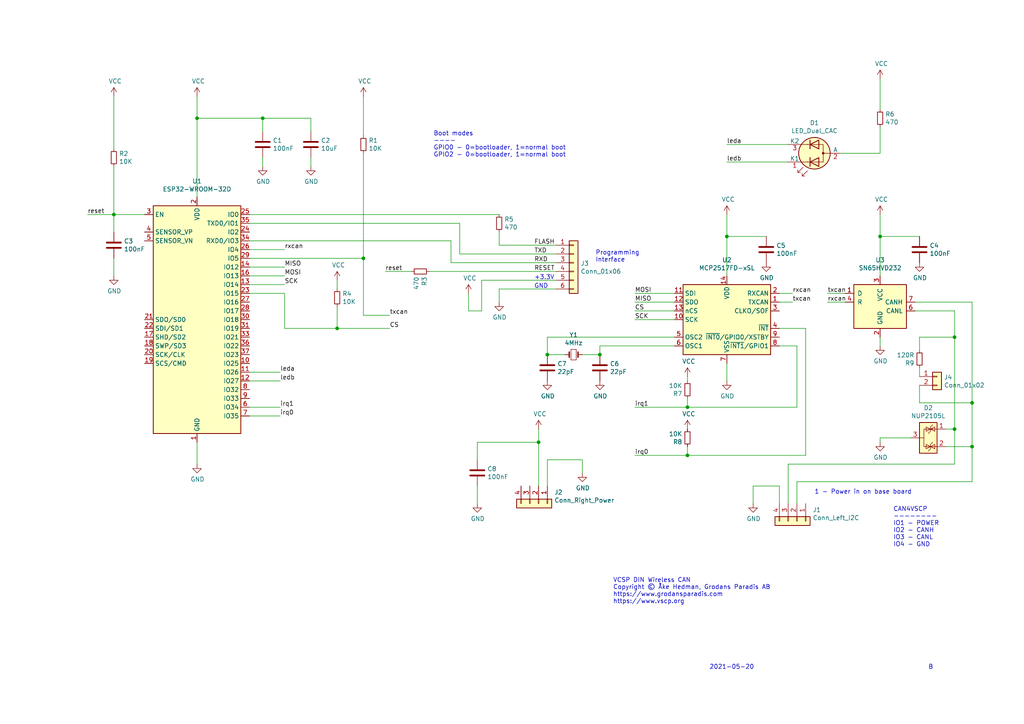
<source format=kicad_sch>
(kicad_sch (version 20211123) (generator eeschema)
  (paper "A4")
  (lib_symbols
    (symbol "Connector_Generic:Conn_01x02" (pin_names (offset 1.016) hide)
      (property "Reference" "J" (at 0 2.54 0))
      (property "Value" "Conn_01x02" (at 0 -5.08 0))
      (symbol "Conn_01x02_1_1"
        (rectangle (start -1.27 -2.413) (end 0 -2.667) (stroke (width 0.1524)))
        (rectangle (start -1.27 0.127) (end 0 -0.127) (stroke (width 0.1524)))
        (rectangle (start -1.27 1.27) (end 1.27 -3.81) (stroke (width 0.254)) (fill (type background)))
        (pin passive line (at -5.08 0 0) (length 3.81) (name "Pin_1") (number "1"))
        (pin passive line (at -5.08 -2.54 0) (length 3.81) (name "Pin_2") (number "2"))
      )
    )
    (symbol "Connector_Generic:Conn_01x04" (pin_names (offset 1.016) hide)
      (property "Reference" "J" (at 0 5.08 0))
      (property "Value" "Conn_01x04" (at 0 -7.62 0))
      (symbol "Conn_01x04_1_1"
        (rectangle (start -1.27 -4.953) (end 0 -5.207) (stroke (width 0.1524)))
        (rectangle (start -1.27 -2.413) (end 0 -2.667) (stroke (width 0.1524)))
        (rectangle (start -1.27 0.127) (end 0 -0.127) (stroke (width 0.1524)))
        (rectangle (start -1.27 2.667) (end 0 2.413) (stroke (width 0.1524)))
        (rectangle (start -1.27 3.81) (end 1.27 -6.35) (stroke (width 0.254)) (fill (type background)))
        (pin passive line (at -5.08 2.54 0) (length 3.81) (name "Pin_1") (number "1"))
        (pin passive line (at -5.08 0 0) (length 3.81) (name "Pin_2") (number "2"))
        (pin passive line (at -5.08 -2.54 0) (length 3.81) (name "Pin_3") (number "3"))
        (pin passive line (at -5.08 -5.08 0) (length 3.81) (name "Pin_4") (number "4"))
      )
    )
    (symbol "Connector_Generic:Conn_01x06" (pin_names (offset 1.016) hide)
      (property "Reference" "J" (at 0 7.62 0))
      (property "Value" "Conn_01x06" (at 0 -10.16 0))
      (symbol "Conn_01x06_1_1"
        (rectangle (start -1.27 -7.493) (end 0 -7.747) (stroke (width 0.1524)))
        (rectangle (start -1.27 -4.953) (end 0 -5.207) (stroke (width 0.1524)))
        (rectangle (start -1.27 -2.413) (end 0 -2.667) (stroke (width 0.1524)))
        (rectangle (start -1.27 0.127) (end 0 -0.127) (stroke (width 0.1524)))
        (rectangle (start -1.27 2.667) (end 0 2.413) (stroke (width 0.1524)))
        (rectangle (start -1.27 5.207) (end 0 4.953) (stroke (width 0.1524)))
        (rectangle (start -1.27 6.35) (end 1.27 -8.89) (stroke (width 0.254)) (fill (type background)))
        (pin passive line (at -5.08 5.08 0) (length 3.81) (name "Pin_1") (number "1"))
        (pin passive line (at -5.08 2.54 0) (length 3.81) (name "Pin_2") (number "2"))
        (pin passive line (at -5.08 0 0) (length 3.81) (name "Pin_3") (number "3"))
        (pin passive line (at -5.08 -2.54 0) (length 3.81) (name "Pin_4") (number "4"))
        (pin passive line (at -5.08 -5.08 0) (length 3.81) (name "Pin_5") (number "5"))
        (pin passive line (at -5.08 -7.62 0) (length 3.81) (name "Pin_6") (number "6"))
      )
    )
    (symbol "Device:C" (pin_numbers hide) (pin_names (offset 0.254))
      (property "Reference" "C" (at 0.635 2.54 0))
      (property "Value" "C" (at 0.635 -2.54 0))
      (symbol "C_0_1"
        (polyline (pts (xy -2.032 -0.762) (xy 2.032 -0.762)) (stroke (width 0.508)))
        (polyline (pts (xy -2.032 0.762) (xy 2.032 0.762)) (stroke (width 0.508)))
      )
      (symbol "C_1_1"
        (pin passive line (at 0 3.81 270) (length 2.794) (name "~") (number "1"))
        (pin passive line (at 0 -3.81 90) (length 2.794) (name "~") (number "2"))
      )
    )
    (symbol "Device:Crystal_Small" (pin_numbers hide) (pin_names (offset 1.016) hide)
      (property "Reference" "Y" (at 0 2.54 0))
      (property "Value" "Crystal_Small" (at 0 -2.54 0))
      (symbol "Crystal_Small_0_1"
        (rectangle (start -0.762 -1.524) (end 0.762 1.524))
        (polyline (pts (xy -1.27 -0.762) (xy -1.27 0.762)) (stroke (width 0.381)))
        (polyline (pts (xy 1.27 -0.762) (xy 1.27 0.762)) (stroke (width 0.381)))
      )
      (symbol "Crystal_Small_1_1"
        (pin passive line (at -2.54 0 0) (length 1.27) (name "1") (number "1"))
        (pin passive line (at 2.54 0 180) (length 1.27) (name "2") (number "2"))
      )
    )
    (symbol "Device:LED_Dual_CAC" (pin_names (offset 0))
      (property "Reference" "D" (at 0 5.715 0))
      (property "Value" "Device_LED_Dual_CAC" (at 0 -6.35 0))
      (symbol "LED_Dual_CAC_0_1"
        (circle (center -2.54 0) (radius 0.2794) (fill (type outline)))
        (polyline (pts (xy -4.572 0) (xy -2.54 0)))
        (polyline (pts (xy 1.27 -1.27) (xy 1.27 -3.81)) (stroke (width 0.254)))
        (polyline (pts (xy 1.27 3.81) (xy 1.27 1.27)) (stroke (width 0.254)))
        (polyline (pts (xy 3.81 -2.54) (xy 1.905 -2.54)))
        (polyline (pts (xy 3.81 2.54) (xy 1.905 2.54)))
        (polyline (pts (xy -1.27 -1.27) (xy -1.27 -3.81) (xy 1.27 -2.54) (xy -1.27 -1.27)) (stroke (width 0.254)))
        (polyline (pts (xy -1.27 3.81) (xy -1.27 1.27) (xy 1.27 2.54) (xy -1.27 3.81)) (stroke (width 0.254)))
        (polyline (pts (xy 2.032 2.54) (xy -2.54 2.54) (xy -2.54 -2.54) (xy 2.032 -2.54)))
        (polyline (pts (xy 2.032 5.08) (xy 3.556 6.604) (xy 2.794 6.604) (xy 3.556 6.604) (xy 3.556 5.842)))
        (polyline (pts (xy 3.302 4.064) (xy 4.826 5.588) (xy 4.064 5.588) (xy 4.826 5.588) (xy 4.826 4.826)))
        (circle (center 0 0) (radius 4.572) (stroke (width 0.254)) (fill (type background)))
      )
      (symbol "LED_Dual_CAC_1_1"
        (pin input line (at 7.62 2.54 180) (length 3.81) (name "K1") (number "1"))
        (pin input line (at -7.62 0 0) (length 3.048) (name "A") (number "2"))
        (pin input line (at 7.62 -2.54 180) (length 3.81) (name "K2") (number "3"))
      )
    )
    (symbol "Device:R_Small" (pin_numbers hide) (pin_names (offset 0.254) hide)
      (property "Reference" "R" (at 0.762 0.508 0))
      (property "Value" "R_Small" (at 0.762 -1.016 0))
      (symbol "R_Small_0_1"
        (rectangle (start -0.762 1.778) (end 0.762 -1.778) (stroke (width 0.2032)))
      )
      (symbol "R_Small_1_1"
        (pin passive line (at 0 2.54 270) (length 0.762) (name "~") (number "1"))
        (pin passive line (at 0 -2.54 90) (length 0.762) (name "~") (number "2"))
      )
    )
    (symbol "Interface_CAN_LIN:MCP2517FD-xSL"
      (property "Reference" "U" (at -12.7 12.7 0))
      (property "Value" "MCP2517FD-xSL" (at 2.54 12.7 0))
      (symbol "MCP2517FD-xSL_0_1"
        (rectangle (start -12.7 10.16) (end 12.7 -10.16) (stroke (width 0.254)) (fill (type background)))
      )
      (symbol "MCP2517FD-xSL_1_1"
        (pin output line (at 15.24 5.08 180) (length 2.54) (name "TXCAN") (number "1"))
        (pin input line (at -15.24 0 0) (length 2.54) (name "SCK") (number "10"))
        (pin input line (at -15.24 7.62 0) (length 2.54) (name "SDI") (number "11"))
        (pin output line (at -15.24 5.08 0) (length 2.54) (name "SDO") (number "12"))
        (pin input line (at -15.24 2.54 0) (length 2.54) (name "nCS") (number "13"))
        (pin power_in line (at 0 12.7 270) (length 2.54) (name "VDD") (number "14"))
        (pin input line (at 15.24 7.62 180) (length 2.54) (name "RXCAN") (number "2"))
        (pin output line (at 15.24 2.54 180) (length 2.54) (name "CLKO/SOF") (number "3"))
        (pin output line (at 15.24 -2.54 180) (length 2.54) (name "~{INT}") (number "4"))
        (pin output line (at -15.24 -5.08 0) (length 2.54) (name "OSC2") (number "5"))
        (pin input line (at -15.24 -7.62 0) (length 2.54) (name "OSC1") (number "6"))
        (pin power_in line (at 0 -12.7 90) (length 2.54) (name "VSS") (number "7"))
        (pin bidirectional line (at 15.24 -7.62 180) (length 2.54) (name "~{INT1}/GPIO1") (number "8"))
        (pin bidirectional line (at 15.24 -5.08 180) (length 2.54) (name "~{INT0}/GPIO0/XSTBY") (number "9"))
      )
    )
    (symbol "Interface_CAN_LIN:SN65HVD232" (pin_names (offset 1.016))
      (property "Reference" "U" (at -2.54 10.16 0))
      (property "Value" "SN65HVD232" (at -2.54 7.62 0))
      (symbol "SN65HVD232_0_1"
        (rectangle (start -7.62 5.08) (end 7.62 -7.62) (stroke (width 0.254)) (fill (type background)))
      )
      (symbol "SN65HVD232_1_1"
        (pin input line (at -10.16 2.54 0) (length 2.54) (name "D") (number "1"))
        (pin power_in line (at 0 -10.16 90) (length 2.54) (name "GND") (number "2"))
        (pin power_in line (at 0 7.62 270) (length 2.54) (name "VCC") (number "3"))
        (pin output line (at -10.16 0 0) (length 2.54) (name "R") (number "4"))
        (pin no_connect line (at -10.16 -2.54 0) (length 2.54) hide (name "NC") (number "5"))
        (pin bidirectional line (at 10.16 -2.54 180) (length 2.54) (name "CANL") (number "6"))
        (pin bidirectional line (at 10.16 0 180) (length 2.54) (name "CANH") (number "7"))
        (pin no_connect line (at -10.16 -5.08 0) (length 2.54) hide (name "NC") (number "8"))
      )
    )
    (symbol "Power_Protection:NUP2105L" (pin_names hide)
      (property "Reference" "D" (at 5.715 2.54 0))
      (property "Value" "NUP2105L" (at 5.715 0.635 0))
      (symbol "NUP2105L_0_0"
        (pin passive line (at 0 -5.08 90) (length 2.54) (name "A") (number "3"))
      )
      (symbol "NUP2105L_0_1"
        (rectangle (start -4.445 2.54) (end 4.445 -2.54) (stroke (width 0.254)) (fill (type background)))
        (polyline (pts (xy -2.54 2.54) (xy -2.54 0.635)))
        (polyline (pts (xy 0 -1.27) (xy 0 -2.54)))
        (polyline (pts (xy 2.54 2.54) (xy 2.54 0.635)))
        (polyline (pts (xy -3.81 1.27) (xy -3.175 0.635) (xy -1.905 0.635) (xy -1.27 0)))
        (polyline (pts (xy -2.54 0.635) (xy -2.54 -1.27) (xy 2.54 -1.27) (xy 2.54 0.635)))
        (polyline (pts (xy -2.54 0.635) (xy -1.905 -0.635) (xy -3.175 -0.635) (xy -2.54 0.635)))
        (polyline (pts (xy 2.54 0.635) (xy 1.905 -0.635) (xy 3.175 -0.635) (xy 2.54 0.635)))
        (polyline (pts (xy 2.54 0.635) (xy 3.175 1.905) (xy 1.905 1.905) (xy 2.54 0.635)))
        (polyline (pts (xy -2.54 0.635) (xy -3.175 1.905) (xy -1.905 1.905) (xy -2.54 0.635) (xy -2.54 1.27)))
        (polyline (pts (xy 1.27 1.27) (xy 1.905 0.635) (xy 2.54 0.635) (xy 3.175 0.635) (xy 3.81 0)))
      )
      (symbol "NUP2105L_1_1"
        (pin passive line (at -2.54 5.08 270) (length 2.54) (name "K") (number "1"))
        (pin passive line (at 2.54 5.08 270) (length 2.54) (name "K") (number "2"))
      )
    )
    (symbol "RF_Module:ESP32-WROOM-32D"
      (property "Reference" "U" (at -12.7 34.29 0))
      (property "Value" "ESP32-WROOM-32D" (at 1.27 34.29 0))
      (symbol "ESP32-WROOM-32D_0_1"
        (rectangle (start -12.7 33.02) (end 12.7 -33.02) (stroke (width 0.254)) (fill (type background)))
      )
      (symbol "ESP32-WROOM-32D_1_1"
        (pin power_in line (at 0 -35.56 90) (length 2.54) (name "GND") (number "1"))
        (pin bidirectional line (at 15.24 -12.7 180) (length 2.54) (name "IO25") (number "10"))
        (pin bidirectional line (at 15.24 -15.24 180) (length 2.54) (name "IO26") (number "11"))
        (pin bidirectional line (at 15.24 -17.78 180) (length 2.54) (name "IO27") (number "12"))
        (pin bidirectional line (at 15.24 10.16 180) (length 2.54) (name "IO14") (number "13"))
        (pin bidirectional line (at 15.24 15.24 180) (length 2.54) (name "IO12") (number "14"))
        (pin passive line (at 0 -35.56 90) (length 2.54) hide (name "GND") (number "15"))
        (pin bidirectional line (at 15.24 12.7 180) (length 2.54) (name "IO13") (number "16"))
        (pin bidirectional line (at -15.24 -5.08 0) (length 2.54) (name "SHD/SD2") (number "17"))
        (pin bidirectional line (at -15.24 -7.62 0) (length 2.54) (name "SWP/SD3") (number "18"))
        (pin bidirectional line (at -15.24 -12.7 0) (length 2.54) (name "SCS/CMD") (number "19"))
        (pin power_in line (at 0 35.56 270) (length 2.54) (name "VDD") (number "2"))
        (pin bidirectional line (at -15.24 -10.16 0) (length 2.54) (name "SCK/CLK") (number "20"))
        (pin bidirectional line (at -15.24 0 0) (length 2.54) (name "SDO/SD0") (number "21"))
        (pin bidirectional line (at -15.24 -2.54 0) (length 2.54) (name "SDI/SD1") (number "22"))
        (pin bidirectional line (at 15.24 7.62 180) (length 2.54) (name "IO15") (number "23"))
        (pin bidirectional line (at 15.24 25.4 180) (length 2.54) (name "IO2") (number "24"))
        (pin bidirectional line (at 15.24 30.48 180) (length 2.54) (name "IO0") (number "25"))
        (pin bidirectional line (at 15.24 20.32 180) (length 2.54) (name "IO4") (number "26"))
        (pin bidirectional line (at 15.24 5.08 180) (length 2.54) (name "IO16") (number "27"))
        (pin bidirectional line (at 15.24 2.54 180) (length 2.54) (name "IO17") (number "28"))
        (pin bidirectional line (at 15.24 17.78 180) (length 2.54) (name "IO5") (number "29"))
        (pin input line (at -15.24 30.48 0) (length 2.54) (name "EN") (number "3"))
        (pin bidirectional line (at 15.24 0 180) (length 2.54) (name "IO18") (number "30"))
        (pin bidirectional line (at 15.24 -2.54 180) (length 2.54) (name "IO19") (number "31"))
        (pin no_connect line (at -12.7 -27.94 0) (length 2.54) hide (name "NC") (number "32"))
        (pin bidirectional line (at 15.24 -5.08 180) (length 2.54) (name "IO21") (number "33"))
        (pin bidirectional line (at 15.24 22.86 180) (length 2.54) (name "RXD0/IO3") (number "34"))
        (pin bidirectional line (at 15.24 27.94 180) (length 2.54) (name "TXD0/IO1") (number "35"))
        (pin bidirectional line (at 15.24 -7.62 180) (length 2.54) (name "IO22") (number "36"))
        (pin bidirectional line (at 15.24 -10.16 180) (length 2.54) (name "IO23") (number "37"))
        (pin passive line (at 0 -35.56 90) (length 2.54) hide (name "GND") (number "38"))
        (pin passive line (at 0 -35.56 90) (length 2.54) hide (name "GND") (number "39"))
        (pin input line (at -15.24 25.4 0) (length 2.54) (name "SENSOR_VP") (number "4"))
        (pin input line (at -15.24 22.86 0) (length 2.54) (name "SENSOR_VN") (number "5"))
        (pin input line (at 15.24 -25.4 180) (length 2.54) (name "IO34") (number "6"))
        (pin input line (at 15.24 -27.94 180) (length 2.54) (name "IO35") (number "7"))
        (pin bidirectional line (at 15.24 -20.32 180) (length 2.54) (name "IO32") (number "8"))
        (pin bidirectional line (at 15.24 -22.86 180) (length 2.54) (name "IO33") (number "9"))
      )
    )
    (symbol "power:GND" (power) (pin_names (offset 0))
      (property "Value" "GND" (at 0 -3.81 0))
      (symbol "GND_0_1"
        (polyline (pts (xy 0 0) (xy 0 -1.27) (xy 1.27 -1.27) (xy 0 -2.54) (xy -1.27 -1.27) (xy 0 -1.27)))
      )
      (symbol "GND_1_1"
        (pin power_in line (at 0 0 270) (length 0) hide (name "GND") (number "1"))
      )
    )
    (symbol "power:VCC" (power) (pin_names (offset 0))
      (property "Value" "VCC" (at 0 3.81 0))
      (symbol "VCC_0_1"
        (polyline (pts (xy -0.762 1.27) (xy 0 2.54)))
        (polyline (pts (xy 0 0) (xy 0 2.54)))
        (polyline (pts (xy 0 2.54) (xy 0.762 1.27)))
      )
      (symbol "VCC_1_1"
        (pin power_in line (at 0 0 90) (length 0) hide (name "VCC") (number "1"))
      )
    )
  )
  (junction (at 210.82 68.58))
  (junction (at 173.99 102.87))
  (junction (at 199.39 132.08))
  (junction (at 97.79 95.25))
  (junction (at 158.75 102.87))
  (junction (at 199.39 118.11))
  (junction (at 76.2 34.29))
  (junction (at 281.94 116.84))
  (junction (at 105.41 74.93))
  (junction (at 57.15 34.29))
  (junction (at 33.02 62.23))
  (junction (at 276.86 124.46))
  (junction (at 276.86 97.79))
  (junction (at 281.94 129.54))
  (junction (at 255.27 68.58))
  (junction (at 156.21 128.27))
  (wire (pts (xy 228.6 134.62) (xy 228.6 146.05)))
  (wire (pts (xy 144.78 71.12) (xy 144.78 67.31)))
  (wire (pts (xy 168.91 102.87) (xy 173.99 102.87)))
  (wire (pts (xy 226.06 85.09) (xy 229.87 85.09)))
  (wire (pts (xy 199.39 118.11) (xy 231.14 118.11)))
  (wire (pts (xy 90.17 45.72) (xy 90.17 48.26)))
  (wire (pts (xy 195.58 87.63) (xy 184.15 87.63)))
  (wire (pts (xy 255.27 127) (xy 255.27 128.27)))
  (wire (pts (xy 266.7 111.76) (xy 266.7 116.84)))
  (wire (pts (xy 226.06 140.97) (xy 218.44 140.97)))
  (wire (pts (xy 265.43 90.17) (xy 276.86 90.17)))
  (wire (pts (xy 195.58 90.17) (xy 184.15 90.17)))
  (wire (pts (xy 158.75 97.79) (xy 158.75 102.87)))
  (wire (pts (xy 218.44 140.97) (xy 218.44 146.05)))
  (wire (pts (xy 199.39 115.57) (xy 199.39 118.11)))
  (wire (pts (xy 281.94 87.63) (xy 265.43 87.63)))
  (wire (pts (xy 243.84 44.45) (xy 255.27 44.45)))
  (wire (pts (xy 161.29 83.82) (xy 144.78 83.82)))
  (wire (pts (xy 274.32 124.46) (xy 276.86 124.46)))
  (wire (pts (xy 57.15 34.29) (xy 57.15 57.15)))
  (wire (pts (xy 266.7 68.58) (xy 255.27 68.58)))
  (wire (pts (xy 161.29 81.28) (xy 139.7 81.28)))
  (wire (pts (xy 158.75 97.79) (xy 195.58 97.79)))
  (wire (pts (xy 33.02 67.31) (xy 33.02 62.23)))
  (wire (pts (xy 97.79 95.25) (xy 113.03 95.25)))
  (wire (pts (xy 276.86 90.17) (xy 276.86 97.79)))
  (wire (pts (xy 72.39 82.55) (xy 82.55 82.55)))
  (wire (pts (xy 281.94 116.84) (xy 281.94 87.63)))
  (wire (pts (xy 276.86 124.46) (xy 276.86 134.62)))
  (wire (pts (xy 72.39 107.95) (xy 81.28 107.95)))
  (wire (pts (xy 228.6 46.99) (xy 210.82 46.99)))
  (wire (pts (xy 72.39 72.39) (xy 82.55 72.39)))
  (wire (pts (xy 281.94 139.7) (xy 281.94 129.54)))
  (wire (pts (xy 161.29 71.12) (xy 144.78 71.12)))
  (wire (pts (xy 255.27 36.83) (xy 255.27 44.45)))
  (wire (pts (xy 57.15 34.29) (xy 76.2 34.29)))
  (wire (pts (xy 76.2 34.29) (xy 90.17 34.29)))
  (wire (pts (xy 195.58 92.71) (xy 184.15 92.71)))
  (wire (pts (xy 274.32 129.54) (xy 281.94 129.54)))
  (wire (pts (xy 33.02 62.23) (xy 41.91 62.23)))
  (wire (pts (xy 266.7 97.79) (xy 276.86 97.79)))
  (wire (pts (xy 228.6 41.91) (xy 210.82 41.91)))
  (wire (pts (xy 226.06 95.25) (xy 233.68 95.25)))
  (wire (pts (xy 139.7 81.28) (xy 139.7 90.17)))
  (wire (pts (xy 255.27 68.58) (xy 255.27 80.01)))
  (wire (pts (xy 226.06 87.63) (xy 229.87 87.63)))
  (wire (pts (xy 266.7 106.68) (xy 266.7 109.22)))
  (wire (pts (xy 130.81 76.2) (xy 130.81 69.85)))
  (wire (pts (xy 266.7 116.84) (xy 281.94 116.84)))
  (wire (pts (xy 231.14 100.33) (xy 231.14 118.11)))
  (wire (pts (xy 57.15 27.94) (xy 57.15 34.29)))
  (wire (pts (xy 226.06 100.33) (xy 231.14 100.33)))
  (wire (pts (xy 133.35 73.66) (xy 133.35 64.77)))
  (wire (pts (xy 33.02 62.23) (xy 25.4 62.23)))
  (wire (pts (xy 33.02 27.94) (xy 33.02 43.18)))
  (wire (pts (xy 199.39 129.54) (xy 199.39 132.08)))
  (wire (pts (xy 105.41 74.93) (xy 72.39 74.93)))
  (wire (pts (xy 173.99 100.33) (xy 195.58 100.33)))
  (wire (pts (xy 156.21 128.27) (xy 156.21 140.97)))
  (wire (pts (xy 255.27 97.79) (xy 255.27 100.33)))
  (wire (pts (xy 90.17 34.29) (xy 90.17 38.1)))
  (wire (pts (xy 161.29 76.2) (xy 130.81 76.2)))
  (wire (pts (xy 231.14 139.7) (xy 281.94 139.7)))
  (wire (pts (xy 231.14 146.05) (xy 231.14 139.7)))
  (wire (pts (xy 72.39 120.65) (xy 81.28 120.65)))
  (wire (pts (xy 72.39 85.09) (xy 82.55 85.09)))
  (wire (pts (xy 105.41 91.44) (xy 113.03 91.44)))
  (wire (pts (xy 33.02 48.26) (xy 33.02 62.23)))
  (wire (pts (xy 72.39 110.49) (xy 81.28 110.49)))
  (wire (pts (xy 195.58 85.09) (xy 184.15 85.09)))
  (wire (pts (xy 245.11 85.09) (xy 240.03 85.09)))
  (wire (pts (xy 33.02 74.93) (xy 33.02 80.01)))
  (wire (pts (xy 138.43 133.35) (xy 138.43 128.27)))
  (wire (pts (xy 57.15 128.27) (xy 57.15 134.62)))
  (wire (pts (xy 168.91 133.35) (xy 168.91 137.16)))
  (wire (pts (xy 226.06 140.97) (xy 226.06 146.05)))
  (wire (pts (xy 281.94 129.54) (xy 281.94 116.84)))
  (wire (pts (xy 255.27 62.23) (xy 255.27 68.58)))
  (wire (pts (xy 161.29 78.74) (xy 124.46 78.74)))
  (wire (pts (xy 173.99 100.33) (xy 173.99 102.87)))
  (wire (pts (xy 199.39 118.11) (xy 184.15 118.11)))
  (wire (pts (xy 139.7 90.17) (xy 135.89 90.17)))
  (wire (pts (xy 276.86 97.79) (xy 276.86 124.46)))
  (wire (pts (xy 222.25 68.58) (xy 210.82 68.58)))
  (wire (pts (xy 184.15 132.08) (xy 199.39 132.08)))
  (wire (pts (xy 72.39 69.85) (xy 130.81 69.85)))
  (wire (pts (xy 210.82 68.58) (xy 210.82 80.01)))
  (wire (pts (xy 105.41 39.37) (xy 105.41 27.94)))
  (wire (pts (xy 76.2 38.1) (xy 76.2 34.29)))
  (wire (pts (xy 210.82 105.41) (xy 210.82 110.49)))
  (wire (pts (xy 144.78 83.82) (xy 144.78 87.63)))
  (wire (pts (xy 72.39 77.47) (xy 82.55 77.47)))
  (wire (pts (xy 105.41 74.93) (xy 105.41 91.44)))
  (wire (pts (xy 72.39 62.23) (xy 144.78 62.23)))
  (wire (pts (xy 138.43 140.97) (xy 138.43 146.05)))
  (wire (pts (xy 161.29 73.66) (xy 133.35 73.66)))
  (wire (pts (xy 156.21 124.46) (xy 156.21 128.27)))
  (wire (pts (xy 264.16 127) (xy 255.27 127)))
  (wire (pts (xy 158.75 133.35) (xy 168.91 133.35)))
  (wire (pts (xy 135.89 90.17) (xy 135.89 85.09)))
  (wire (pts (xy 119.38 78.74) (xy 111.76 78.74)))
  (wire (pts (xy 255.27 31.75) (xy 255.27 22.86)))
  (wire (pts (xy 97.79 81.28) (xy 97.79 83.82)))
  (wire (pts (xy 163.83 102.87) (xy 158.75 102.87)))
  (wire (pts (xy 138.43 128.27) (xy 156.21 128.27)))
  (wire (pts (xy 76.2 45.72) (xy 76.2 48.26)))
  (wire (pts (xy 72.39 80.01) (xy 82.55 80.01)))
  (wire (pts (xy 233.68 95.25) (xy 233.68 132.08)))
  (wire (pts (xy 199.39 132.08) (xy 233.68 132.08)))
  (wire (pts (xy 199.39 109.22) (xy 199.39 110.49)))
  (wire (pts (xy 266.7 101.6) (xy 266.7 97.79)))
  (wire (pts (xy 158.75 140.97) (xy 158.75 133.35)))
  (wire (pts (xy 82.55 85.09) (xy 82.55 95.25)))
  (wire (pts (xy 97.79 88.9) (xy 97.79 95.25)))
  (wire (pts (xy 72.39 64.77) (xy 133.35 64.77)))
  (wire (pts (xy 105.41 44.45) (xy 105.41 74.93)))
  (wire (pts (xy 72.39 118.11) (xy 81.28 118.11)))
  (wire (pts (xy 245.11 87.63) (xy 240.03 87.63)))
  (wire (pts (xy 82.55 95.25) (xy 97.79 95.25)))
  (wire (pts (xy 210.82 62.23) (xy 210.82 68.58)))
  (wire (pts (xy 276.86 134.62) (xy 228.6 134.62)))
  (text "+3.3V" (at 154.94 81.28 0) (effects (font (size 1.27 1.27)) (justify left bottom)))
  (text "2021-05-20" (at 205.74 194.31 0) (effects (font (size 1.27 1.27)) (justify left bottom)))
  (text "VCSP DIN Wireless CAN\nCopyright © Åke Hedman, Grodans Paradis AB\nhttps://www.grodansparadis.com\nhttps://www.vscp.org" (at 177.8 175.26 0) (effects (font (size 1.27 1.27)) (justify left bottom)))
  (text "GND" (at 154.94 83.82 0) (effects (font (size 1.27 1.27)) (justify left bottom)))
  (text "CAN4VSCP\n--------\nIO1 - POWER\nIO2 - CANH\nIO3 - CANL\nIO4 - GND" (at 259.08 158.75 0) (effects (font (size 1.27 1.27)) (justify left bottom)))
  (text "Boot modes\n----\nGPIO0 - 0=bootloader, 1=normal boot\nGPIO2 - 0=bootloader, 1=normal boot" (at 125.73 45.72 0) (effects (font (size 1.27 1.27)) (justify left bottom)))
  (text "B" (at 269.24 194.31 0) (effects (font (size 1.27 1.27)) (justify left bottom)))
  (text "Programming\nInterface" (at 172.72 76.2 0) (effects (font (size 1.27 1.27)) (justify left bottom)))
  (text "1 - Power in on base board" (at 236.22 143.51 0) (effects (font (size 1.27 1.27)) (justify left bottom)))
  (label "leda" (at 210.82 41.91 0))
  (label "FLASH" (at 154.94 71.12 0))
  (label "irq1" (at 184.15 118.11 0))
  (label "ledb" (at 210.82 46.99 0))
  (label "rxcan" (at 82.55 72.39 0))
  (label "txcan" (at 113.03 91.44 0))
  (label "irq0" (at 184.15 132.08 0))
  (label "MOSI" (at 82.55 80.01 0))
  (label "txcan" (at 229.87 87.63 0))
  (label "txcan" (at 240.03 85.09 0))
  (label "MISO" (at 184.15 87.63 0))
  (label "leda" (at 81.28 107.95 0))
  (label "irq1" (at 81.28 118.11 0))
  (label "MISO" (at 82.55 77.47 0))
  (label "TXD" (at 154.94 73.66 0))
  (label "SCK" (at 82.55 82.55 0))
  (label "ledb" (at 81.28 110.49 0))
  (label "RXD" (at 154.94 76.2 0))
  (label "reset" (at 25.4 62.23 0))
  (label "SCK" (at 184.15 92.71 0))
  (label "reset" (at 111.76 78.74 0))
  (label "rxcan" (at 240.03 87.63 0))
  (label "MOSI" (at 184.15 85.09 0))
  (label "CS" (at 184.15 90.17 0))
  (label "rxcan" (at 229.87 85.09 0))
  (label "RESET" (at 154.94 78.74 0))
  (label "CS" (at 113.03 95.25 0))
  (label "irq0" (at 81.28 120.65 0))
  (symbol (lib_id "RF_Module:ESP32-WROOM-32D") (at 57.15 92.71 0) (unit 1)
    (property "Reference" "U1" (at 57.15 52.5526 0))
    (property "Value" "ESP32-WROOM-32D" (at 57.15 54.864 0))
    (property "Footprint" "RF_Module:ESP32-WROOM-32" (effects hide))
    (property "Datasheet" "https://www.espressif.com/sites/default/files/documentation/esp32-wroom-32d_esp32-wroom-32u_datasheet_en.pdf" (effects hide))
  )
  (symbol (lib_id "Connector_Generic:Conn_01x04") (at 231.14 151.13 270) (unit 1)
    (property "Reference" "J1" (at 235.712 147.8788 90) (effects (justify left)))
    (property "Value" "Conn_Left_I2C" (at 235.712 150.1902 90) (effects (justify left)))
    (property "Footprint" "Connector_PinHeader_2.54mm:PinHeader_1x04_P2.54mm_Vertical" (effects hide))
  )
  (symbol (lib_id "Connector_Generic:Conn_01x04") (at 156.21 146.05 270) (unit 1)
    (property "Reference" "J2" (at 160.782 142.7988 90) (effects (justify left)))
    (property "Value" "Conn_Right_Power" (at 160.782 145.1102 90) (effects (justify left)))
    (property "Footprint" "Connector_PinHeader_2.54mm:PinHeader_1x04_P2.54mm_Vertical" (effects hide))
  )
  (symbol (lib_id "Device:C") (at 76.2 41.91 0) (unit 1)
    (property "Reference" "C1" (at 79.121 40.7416 0) (effects (justify left)))
    (property "Value" "100nF" (at 79.121 43.053 0) (effects (justify left)))
    (property "Footprint" "Capacitor_SMD:C_0805_2012Metric" (effects hide))
  )
  (symbol (lib_id "power:VCC") (at 57.15 27.94 0) (unit 1)
    (property "Reference" "#PWR0103" (effects hide))
    (property "Value" "VCC" (at 57.531 23.5458 0))
  )
  (symbol (lib_id "power:GND") (at 76.2 48.26 0) (unit 1)
    (property "Reference" "#PWR0104" (effects hide))
    (property "Value" "GND" (at 76.327 52.6542 0))
  )
  (symbol (lib_id "power:GND") (at 57.15 134.62 0) (unit 1)
    (property "Reference" "#PWR0106" (effects hide))
    (property "Value" "GND" (at 57.277 139.0142 0))
  )
  (symbol (lib_id "Device:R_Small") (at 121.92 78.74 270) (unit 1)
    (property "Reference" "R3" (at 123.0884 80.2386 0) (effects (justify left)))
    (property "Value" "470" (at 120.777 80.2386 0) (effects (justify left)))
    (property "Footprint" "Resistor_SMD:R_0805_2012Metric" (effects hide))
  )
  (symbol (lib_id "Device:R_Small") (at 255.27 34.29 0) (unit 1)
    (property "Reference" "R6" (at 256.7686 33.1216 0) (effects (justify left)))
    (property "Value" "470" (at 256.7686 35.433 0) (effects (justify left)))
    (property "Footprint" "Resistor_SMD:R_0805_2012Metric" (effects hide))
  )
  (symbol (lib_id "Device:C") (at 33.02 71.12 0) (unit 1)
    (property "Reference" "C3" (at 35.941 69.9516 0) (effects (justify left)))
    (property "Value" "100nF" (at 35.941 72.263 0) (effects (justify left)))
    (property "Footprint" "Capacitor_SMD:C_0805_2012Metric" (effects hide))
  )
  (symbol (lib_id "power:GND") (at 33.02 80.01 0) (unit 1)
    (property "Reference" "#PWR0109" (effects hide))
    (property "Value" "GND" (at 33.147 84.4042 0))
  )
  (symbol (lib_id "power:VCC") (at 255.27 22.86 0) (unit 1)
    (property "Reference" "#PWR0105" (effects hide))
    (property "Value" "VCC" (at 255.651 18.4658 0))
  )
  (symbol (lib_id "Interface_CAN_LIN:MCP2517FD-xSL") (at 210.82 92.71 0) (unit 1)
    (property "Reference" "U2" (at 210.82 75.4126 0))
    (property "Value" "MCP2517FD-xSL" (at 210.82 77.724 0))
    (property "Footprint" "Package_SO:SOIC-14_3.9x8.7mm_P1.27mm" (effects hide))
    (property "Datasheet" "https://ww1.microchip.com/downloads/en/DeviceDoc/20005688A.pdf" (effects hide))
  )
  (symbol (lib_id "Device:R_Small") (at 144.78 64.77 0) (unit 1)
    (property "Reference" "R5" (at 146.2786 63.6016 0) (effects (justify left)))
    (property "Value" "470" (at 146.2786 65.913 0) (effects (justify left)))
    (property "Footprint" "Resistor_SMD:R_0805_2012Metric" (effects hide))
  )
  (symbol (lib_id "power:VCC") (at 210.82 62.23 0) (unit 1)
    (property "Reference" "#PWR0107" (effects hide))
    (property "Value" "VCC" (at 211.201 57.8358 0))
  )
  (symbol (lib_id "power:GND") (at 144.78 87.63 0) (unit 1)
    (property "Reference" "#PWR0111" (effects hide))
    (property "Value" "GND" (at 144.907 92.0242 0))
  )
  (symbol (lib_id "power:GND") (at 210.82 110.49 0) (unit 1)
    (property "Reference" "#PWR0108" (effects hide))
    (property "Value" "GND" (at 210.947 114.8842 0))
  )
  (symbol (lib_id "Device:C") (at 222.25 72.39 0) (unit 1)
    (property "Reference" "C5" (at 225.171 71.2216 0) (effects (justify left)))
    (property "Value" "100nF" (at 225.171 73.533 0) (effects (justify left)))
    (property "Footprint" "Capacitor_SMD:C_0805_2012Metric" (effects hide))
  )
  (symbol (lib_id "power:GND") (at 222.25 76.2 0) (unit 1)
    (property "Reference" "#PWR0110" (effects hide))
    (property "Value" "GND" (at 222.377 80.5942 0))
  )
  (symbol (lib_id "Device:R_Small") (at 199.39 113.03 180) (unit 1)
    (property "Reference" "R7" (at 197.8914 114.1984 0) (effects (justify left)))
    (property "Value" "10K" (at 197.8914 111.887 0) (effects (justify left)))
    (property "Footprint" "Resistor_SMD:R_0805_2012Metric" (effects hide))
  )
  (symbol (lib_id "power:VCC") (at 199.39 109.22 0) (unit 1)
    (property "Reference" "#PWR0112" (effects hide))
    (property "Value" "VCC" (at 199.771 104.8258 0))
  )
  (symbol (lib_id "Device:LED_Dual_CAC") (at 236.22 44.45 180) (unit 1)
    (property "Reference" "D1" (at 236.22 35.6362 0))
    (property "Value" "LED_Dual_CAC" (at 236.22 37.9476 0))
    (property "Footprint" "LED_THT:LED_D5.0mm-3" (effects hide))
  )
  (symbol (lib_id "Device:R_Small") (at 97.79 86.36 0) (unit 1)
    (property "Reference" "R4" (at 99.2886 85.1916 0) (effects (justify left)))
    (property "Value" "10K" (at 99.2886 87.503 0) (effects (justify left)))
    (property "Footprint" "Resistor_SMD:R_0805_2012Metric" (effects hide))
  )
  (symbol (lib_id "power:VCC") (at 97.79 81.28 0) (unit 1)
    (property "Reference" "#PWR0125" (effects hide))
    (property "Value" "VCC" (at 98.171 76.8858 0))
  )
  (symbol (lib_id "power:GND") (at 168.91 137.16 0) (unit 1)
    (property "Reference" "#PWR0116" (effects hide))
    (property "Value" "GND" (at 169.037 141.5542 0))
  )
  (symbol (lib_id "Interface_CAN_LIN:SN65HVD232") (at 255.27 87.63 0) (unit 1)
    (property "Reference" "U3" (at 255.27 75.4126 0))
    (property "Value" "SN65HVD232" (at 255.27 77.724 0))
    (property "Footprint" "Package_SO:SOIC-8_3.9x4.9mm_P1.27mm" (effects hide))
    (property "Datasheet" "http://www.ti.com/lit/ds/symlink/sn65hvd230.pdf" (effects hide))
  )
  (symbol (lib_id "power:GND") (at 255.27 100.33 0) (unit 1)
    (property "Reference" "#PWR0113" (effects hide))
    (property "Value" "GND" (at 255.397 104.7242 0))
  )
  (symbol (lib_id "power:VCC") (at 156.21 124.46 0) (unit 1)
    (property "Reference" "#PWR0117" (effects hide))
    (property "Value" "VCC" (at 156.591 120.0658 0))
  )
  (symbol (lib_id "power:VCC") (at 255.27 62.23 0) (unit 1)
    (property "Reference" "#PWR0114" (effects hide))
    (property "Value" "VCC" (at 255.651 57.8358 0))
  )
  (symbol (lib_id "Device:C") (at 266.7 72.39 0) (unit 1)
    (property "Reference" "C4" (at 269.621 71.2216 0) (effects (justify left)))
    (property "Value" "100nF" (at 269.621 73.533 0) (effects (justify left)))
    (property "Footprint" "Capacitor_SMD:C_0805_2012Metric" (effects hide))
  )
  (symbol (lib_id "power:GND") (at 266.7 76.2 0) (unit 1)
    (property "Reference" "#PWR0115" (effects hide))
    (property "Value" "GND" (at 266.827 80.5942 0))
  )
  (symbol (lib_id "power:GND") (at 218.44 146.05 0) (unit 1)
    (property "Reference" "#PWR0118" (effects hide))
    (property "Value" "GND" (at 218.567 150.4442 0))
  )
  (symbol (lib_id "power:VCC") (at 135.89 85.09 0) (unit 1)
    (property "Reference" "#PWR0119" (effects hide))
    (property "Value" "VCC" (at 136.271 80.6958 0))
  )
  (symbol (lib_id "Device:R_Small") (at 266.7 104.14 180) (unit 1)
    (property "Reference" "R9" (at 265.2014 105.3084 0) (effects (justify left)))
    (property "Value" "120R" (at 265.2014 102.997 0) (effects (justify left)))
    (property "Footprint" "Resistor_SMD:R_0805_2012Metric" (effects hide))
  )
  (symbol (lib_id "Connector_Generic:Conn_01x02") (at 271.78 109.22 0) (unit 1)
    (property "Reference" "J4" (at 273.812 109.4232 0) (effects (justify left)))
    (property "Value" "Conn_01x02" (at 273.812 111.7346 0) (effects (justify left)))
    (property "Footprint" "Connector_PinHeader_2.54mm:PinHeader_1x02_P2.54mm_Vertical" (effects hide))
  )
  (symbol (lib_id "Power_Protection:NUP2105L") (at 269.24 127 270) (unit 1)
    (property "Reference" "D2" (at 269.24 118.3132 90))
    (property "Value" "NUP2105L" (at 269.24 120.6246 90))
    (property "Footprint" "Package_TO_SOT_SMD:SOT-23" (effects hide))
    (property "Datasheet" "http://www.onsemi.com/pub_link/Collateral/NUP2105L-D.PDF" (effects hide))
  )
  (symbol (lib_id "power:GND") (at 255.27 128.27 0) (unit 1)
    (property "Reference" "#PWR0120" (effects hide))
    (property "Value" "GND" (at 255.397 132.6642 0))
  )
  (symbol (lib_id "Device:C") (at 90.17 41.91 0) (unit 1)
    (property "Reference" "C2" (at 93.091 40.7416 0) (effects (justify left)))
    (property "Value" "10uF" (at 93.091 43.053 0) (effects (justify left)))
    (property "Footprint" "Capacitor_THT:CP_Radial_D5.0mm_P2.50mm" (effects hide))
  )
  (symbol (lib_id "Device:Crystal_Small") (at 166.37 102.87 0) (unit 1)
    (property "Reference" "Y1" (at 166.37 97.155 0))
    (property "Value" "4MHz" (at 166.37 99.4664 0))
    (property "Footprint" "Crystal:Crystal_SMD_HC49-SD" (effects hide))
  )
  (symbol (lib_id "Device:C") (at 158.75 106.68 0) (unit 1)
    (property "Reference" "C7" (at 161.671 105.5116 0) (effects (justify left)))
    (property "Value" "22pF" (at 161.671 107.823 0) (effects (justify left)))
    (property "Footprint" "Capacitor_SMD:C_0805_2012Metric" (effects hide))
  )
  (symbol (lib_id "Device:C") (at 173.99 106.68 0) (unit 1)
    (property "Reference" "C6" (at 176.911 105.5116 0) (effects (justify left)))
    (property "Value" "22pF" (at 176.911 107.823 0) (effects (justify left)))
    (property "Footprint" "Capacitor_SMD:C_0805_2012Metric" (effects hide))
  )
  (symbol (lib_id "power:GND") (at 158.75 110.49 0) (unit 1)
    (property "Reference" "#PWR0121" (effects hide))
    (property "Value" "GND" (at 158.877 114.8842 0))
  )
  (symbol (lib_id "power:GND") (at 173.99 110.49 0) (unit 1)
    (property "Reference" "#PWR0123" (effects hide))
    (property "Value" "GND" (at 174.117 114.8842 0))
  )
  (symbol (lib_id "Device:C") (at 138.43 137.16 0) (unit 1)
    (property "Reference" "C8" (at 141.351 135.9916 0) (effects (justify left)))
    (property "Value" "100nF" (at 141.351 138.303 0) (effects (justify left)))
    (property "Footprint" "Capacitor_SMD:C_0805_2012Metric" (effects hide))
  )
  (symbol (lib_id "power:GND") (at 138.43 146.05 0) (unit 1)
    (property "Reference" "#PWR0122" (effects hide))
    (property "Value" "GND" (at 138.557 150.4442 0))
  )
  (symbol (lib_id "power:GND") (at 90.17 48.26 0) (unit 1)
    (property "Reference" "#PWR0101" (effects hide))
    (property "Value" "GND" (at 90.297 52.6542 0))
  )
  (symbol (lib_id "Device:R_Small") (at 33.02 45.72 0) (unit 1)
    (property "Reference" "R2" (at 34.5186 44.5516 0) (effects (justify left)))
    (property "Value" "10K" (at 34.5186 46.863 0) (effects (justify left)))
    (property "Footprint" "Resistor_SMD:R_0805_2012Metric" (effects hide))
  )
  (symbol (lib_id "power:VCC") (at 33.02 27.94 0) (unit 1)
    (property "Reference" "#PWR0124" (effects hide))
    (property "Value" "VCC" (at 33.401 23.5458 0))
  )
  (symbol (lib_id "Device:R_Small") (at 105.41 41.91 0) (unit 1)
    (property "Reference" "R1" (at 106.9086 40.7416 0) (effects (justify left)))
    (property "Value" "10K" (at 106.9086 43.053 0) (effects (justify left)))
    (property "Footprint" "Resistor_SMD:R_0805_2012Metric" (effects hide))
  )
  (symbol (lib_id "power:VCC") (at 105.41 27.94 0) (unit 1)
    (property "Reference" "#PWR0102" (effects hide))
    (property "Value" "VCC" (at 105.791 23.5458 0))
  )
  (symbol (lib_id "Device:R_Small") (at 199.39 127 180) (unit 1)
    (property "Reference" "R8" (at 197.8914 128.1684 0) (effects (justify left)))
    (property "Value" "10K" (at 197.8914 125.857 0) (effects (justify left)))
    (property "Footprint" "Resistor_SMD:R_0805_2012Metric" (effects hide))
  )
  (symbol (lib_id "power:VCC") (at 199.39 124.46 0) (unit 1)
    (property "Reference" "#PWR0127" (effects hide))
    (property "Value" "VCC" (at 199.771 120.0658 0))
  )
  (symbol (lib_id "Connector_Generic:Conn_01x06") (at 166.37 76.2 0) (unit 1)
    (property "Reference" "J3" (at 168.402 76.4032 0) (effects (justify left)))
    (property "Value" "Conn_01x06" (at 168.402 78.7146 0) (effects (justify left)))
    (property "Footprint" "Connector_PinHeader_2.54mm:PinHeader_1x06_P2.54mm_Vertical" (effects hide))
  )
)
</source>
